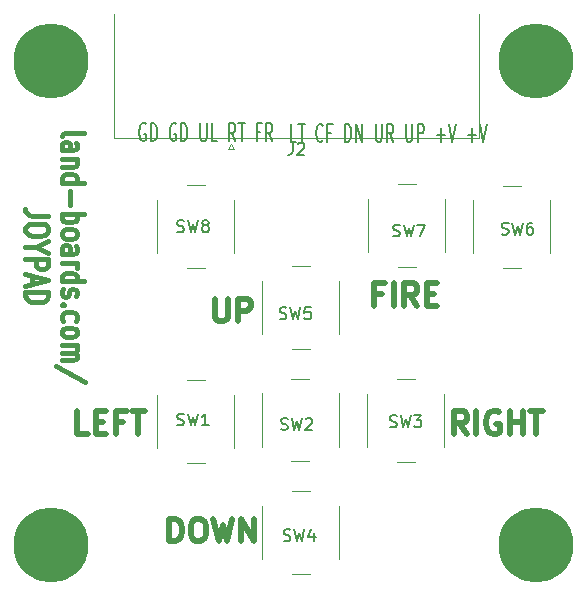
<source format=gto>
G04 #@! TF.GenerationSoftware,KiCad,Pcbnew,(6.0.1)*
G04 #@! TF.CreationDate,2022-08-21T08:22:37-04:00*
G04 #@! TF.ProjectId,JoyPad,4a6f7950-6164-42e6-9b69-6361645f7063,3*
G04 #@! TF.SameCoordinates,Original*
G04 #@! TF.FileFunction,Legend,Top*
G04 #@! TF.FilePolarity,Positive*
%FSLAX46Y46*%
G04 Gerber Fmt 4.6, Leading zero omitted, Abs format (unit mm)*
G04 Created by KiCad (PCBNEW (6.0.1)) date 2022-08-21 08:22:37*
%MOMM*%
%LPD*%
G01*
G04 APERTURE LIST*
%ADD10C,0.158750*%
%ADD11C,0.476250*%
%ADD12C,0.381000*%
%ADD13C,0.150000*%
%ADD14C,0.120000*%
%ADD15C,6.350000*%
G04 APERTURE END LIST*
D10*
X11969749Y-9359200D02*
X11881454Y-9287771D01*
X11749011Y-9287771D01*
X11616569Y-9359200D01*
X11528273Y-9502057D01*
X11484126Y-9644914D01*
X11439978Y-9930628D01*
X11439978Y-10144914D01*
X11484126Y-10430628D01*
X11528273Y-10573485D01*
X11616569Y-10716342D01*
X11749011Y-10787771D01*
X11837307Y-10787771D01*
X11969749Y-10716342D01*
X12013897Y-10644914D01*
X12013897Y-10144914D01*
X11837307Y-10144914D01*
X12411226Y-10787771D02*
X12411226Y-9287771D01*
X12631964Y-9287771D01*
X12764407Y-9359200D01*
X12852702Y-9502057D01*
X12896849Y-9644914D01*
X12940997Y-9930628D01*
X12940997Y-10144914D01*
X12896849Y-10430628D01*
X12852702Y-10573485D01*
X12764407Y-10716342D01*
X12631964Y-10787771D01*
X12411226Y-10787771D01*
X14530311Y-9359200D02*
X14442016Y-9287771D01*
X14309573Y-9287771D01*
X14177130Y-9359200D01*
X14088835Y-9502057D01*
X14044688Y-9644914D01*
X14000540Y-9930628D01*
X14000540Y-10144914D01*
X14044688Y-10430628D01*
X14088835Y-10573485D01*
X14177130Y-10716342D01*
X14309573Y-10787771D01*
X14397869Y-10787771D01*
X14530311Y-10716342D01*
X14574459Y-10644914D01*
X14574459Y-10144914D01*
X14397869Y-10144914D01*
X14971788Y-10787771D02*
X14971788Y-9287771D01*
X15192526Y-9287771D01*
X15324969Y-9359200D01*
X15413264Y-9502057D01*
X15457411Y-9644914D01*
X15501559Y-9930628D01*
X15501559Y-10144914D01*
X15457411Y-10430628D01*
X15413264Y-10573485D01*
X15324969Y-10716342D01*
X15192526Y-10787771D01*
X14971788Y-10787771D01*
X16605249Y-9287771D02*
X16605249Y-10502057D01*
X16649397Y-10644914D01*
X16693545Y-10716342D01*
X16781840Y-10787771D01*
X16958430Y-10787771D01*
X17046726Y-10716342D01*
X17090873Y-10644914D01*
X17135021Y-10502057D01*
X17135021Y-9287771D01*
X18017973Y-10787771D02*
X17576497Y-10787771D01*
X17576497Y-9287771D01*
X19563140Y-10787771D02*
X19254107Y-10073485D01*
X19033369Y-10787771D02*
X19033369Y-9287771D01*
X19386550Y-9287771D01*
X19474845Y-9359200D01*
X19518992Y-9430628D01*
X19563140Y-9573485D01*
X19563140Y-9787771D01*
X19518992Y-9930628D01*
X19474845Y-10002057D01*
X19386550Y-10073485D01*
X19033369Y-10073485D01*
X19828026Y-9287771D02*
X20357797Y-9287771D01*
X20092911Y-10787771D02*
X20092911Y-9287771D01*
X21682226Y-10002057D02*
X21373192Y-10002057D01*
X21373192Y-10787771D02*
X21373192Y-9287771D01*
X21814669Y-9287771D01*
X22697621Y-10787771D02*
X22388588Y-10073485D01*
X22167850Y-10787771D02*
X22167850Y-9287771D01*
X22521030Y-9287771D01*
X22609326Y-9359200D01*
X22653473Y-9430628D01*
X22697621Y-9573485D01*
X22697621Y-9787771D01*
X22653473Y-9930628D01*
X22609326Y-10002057D01*
X22521030Y-10073485D01*
X22167850Y-10073485D01*
D11*
X17832614Y-24128185D02*
X17832614Y-25670328D01*
X17923328Y-25851757D01*
X18014042Y-25942471D01*
X18195471Y-26033185D01*
X18558328Y-26033185D01*
X18739757Y-25942471D01*
X18830471Y-25851757D01*
X18921185Y-25670328D01*
X18921185Y-24128185D01*
X19828328Y-26033185D02*
X19828328Y-24128185D01*
X20554042Y-24128185D01*
X20735471Y-24218900D01*
X20826185Y-24309614D01*
X20916900Y-24491042D01*
X20916900Y-24763185D01*
X20826185Y-24944614D01*
X20735471Y-25035328D01*
X20554042Y-25126042D01*
X19828328Y-25126042D01*
X13968185Y-44651385D02*
X13968185Y-42746385D01*
X14421757Y-42746385D01*
X14693900Y-42837100D01*
X14875328Y-43018528D01*
X14966042Y-43199957D01*
X15056757Y-43562814D01*
X15056757Y-43834957D01*
X14966042Y-44197814D01*
X14875328Y-44379242D01*
X14693900Y-44560671D01*
X14421757Y-44651385D01*
X13968185Y-44651385D01*
X16236042Y-42746385D02*
X16598900Y-42746385D01*
X16780328Y-42837100D01*
X16961757Y-43018528D01*
X17052471Y-43381385D01*
X17052471Y-44016385D01*
X16961757Y-44379242D01*
X16780328Y-44560671D01*
X16598900Y-44651385D01*
X16236042Y-44651385D01*
X16054614Y-44560671D01*
X15873185Y-44379242D01*
X15782471Y-44016385D01*
X15782471Y-43381385D01*
X15873185Y-43018528D01*
X16054614Y-42837100D01*
X16236042Y-42746385D01*
X17687471Y-42746385D02*
X18141042Y-44651385D01*
X18503900Y-43290671D01*
X18866757Y-44651385D01*
X19320328Y-42746385D01*
X20046042Y-44651385D02*
X20046042Y-42746385D01*
X21134614Y-44651385D01*
X21134614Y-42746385D01*
X7101114Y-35558185D02*
X6193971Y-35558185D01*
X6193971Y-33653185D01*
X7736114Y-34560328D02*
X8371114Y-34560328D01*
X8643257Y-35558185D02*
X7736114Y-35558185D01*
X7736114Y-33653185D01*
X8643257Y-33653185D01*
X10094685Y-34560328D02*
X9459685Y-34560328D01*
X9459685Y-35558185D02*
X9459685Y-33653185D01*
X10366828Y-33653185D01*
X10820400Y-33653185D02*
X11908971Y-33653185D01*
X11364685Y-35558185D02*
X11364685Y-33653185D01*
X39166800Y-35558185D02*
X38531800Y-34651042D01*
X38078228Y-35558185D02*
X38078228Y-33653185D01*
X38803942Y-33653185D01*
X38985371Y-33743900D01*
X39076085Y-33834614D01*
X39166800Y-34016042D01*
X39166800Y-34288185D01*
X39076085Y-34469614D01*
X38985371Y-34560328D01*
X38803942Y-34651042D01*
X38078228Y-34651042D01*
X39983228Y-35558185D02*
X39983228Y-33653185D01*
X41888228Y-33743900D02*
X41706800Y-33653185D01*
X41434657Y-33653185D01*
X41162514Y-33743900D01*
X40981085Y-33925328D01*
X40890371Y-34106757D01*
X40799657Y-34469614D01*
X40799657Y-34741757D01*
X40890371Y-35104614D01*
X40981085Y-35286042D01*
X41162514Y-35467471D01*
X41434657Y-35558185D01*
X41616085Y-35558185D01*
X41888228Y-35467471D01*
X41978942Y-35376757D01*
X41978942Y-34741757D01*
X41616085Y-34741757D01*
X42795371Y-35558185D02*
X42795371Y-33653185D01*
X42795371Y-34560328D02*
X43883942Y-34560328D01*
X43883942Y-35558185D02*
X43883942Y-33653185D01*
X44518942Y-33653185D02*
X45607514Y-33653185D01*
X45063228Y-35558185D02*
X45063228Y-33653185D01*
X31964085Y-23714528D02*
X31329085Y-23714528D01*
X31329085Y-24712385D02*
X31329085Y-22807385D01*
X32236228Y-22807385D01*
X32961942Y-24712385D02*
X32961942Y-22807385D01*
X34957657Y-24712385D02*
X34322657Y-23805242D01*
X33869085Y-24712385D02*
X33869085Y-22807385D01*
X34594800Y-22807385D01*
X34776228Y-22898100D01*
X34866942Y-22988814D01*
X34957657Y-23170242D01*
X34957657Y-23442385D01*
X34866942Y-23623814D01*
X34776228Y-23714528D01*
X34594800Y-23805242D01*
X33869085Y-23805242D01*
X35774085Y-23714528D02*
X36409085Y-23714528D01*
X36681228Y-24712385D02*
X35774085Y-24712385D01*
X35774085Y-22807385D01*
X36681228Y-22807385D01*
D12*
X4862739Y-10326914D02*
X4953453Y-10181771D01*
X5134882Y-10109199D01*
X6767739Y-10109199D01*
X4862739Y-11560628D02*
X5860596Y-11560628D01*
X6042025Y-11488057D01*
X6132739Y-11342914D01*
X6132739Y-11052628D01*
X6042025Y-10907485D01*
X4953453Y-11560628D02*
X4862739Y-11415485D01*
X4862739Y-11052628D01*
X4953453Y-10907485D01*
X5134882Y-10834914D01*
X5316310Y-10834914D01*
X5497739Y-10907485D01*
X5588453Y-11052628D01*
X5588453Y-11415485D01*
X5679167Y-11560628D01*
X6132739Y-12286342D02*
X4862739Y-12286342D01*
X5951310Y-12286342D02*
X6042025Y-12358914D01*
X6132739Y-12504057D01*
X6132739Y-12721771D01*
X6042025Y-12866914D01*
X5860596Y-12939485D01*
X4862739Y-12939485D01*
X4862739Y-14318342D02*
X6767739Y-14318342D01*
X4953453Y-14318342D02*
X4862739Y-14173199D01*
X4862739Y-13882914D01*
X4953453Y-13737771D01*
X5044167Y-13665199D01*
X5225596Y-13592628D01*
X5769882Y-13592628D01*
X5951310Y-13665199D01*
X6042025Y-13737771D01*
X6132739Y-13882914D01*
X6132739Y-14173199D01*
X6042025Y-14318342D01*
X5588453Y-15044057D02*
X5588453Y-16205199D01*
X4862739Y-16930914D02*
X6767739Y-16930914D01*
X6042025Y-16930914D02*
X6132739Y-17076057D01*
X6132739Y-17366342D01*
X6042025Y-17511485D01*
X5951310Y-17584057D01*
X5769882Y-17656628D01*
X5225596Y-17656628D01*
X5044167Y-17584057D01*
X4953453Y-17511485D01*
X4862739Y-17366342D01*
X4862739Y-17076057D01*
X4953453Y-16930914D01*
X4862739Y-18527485D02*
X4953453Y-18382342D01*
X5044167Y-18309771D01*
X5225596Y-18237199D01*
X5769882Y-18237199D01*
X5951310Y-18309771D01*
X6042025Y-18382342D01*
X6132739Y-18527485D01*
X6132739Y-18745199D01*
X6042025Y-18890342D01*
X5951310Y-18962914D01*
X5769882Y-19035485D01*
X5225596Y-19035485D01*
X5044167Y-18962914D01*
X4953453Y-18890342D01*
X4862739Y-18745199D01*
X4862739Y-18527485D01*
X4862739Y-20341771D02*
X5860596Y-20341771D01*
X6042025Y-20269199D01*
X6132739Y-20124057D01*
X6132739Y-19833771D01*
X6042025Y-19688628D01*
X4953453Y-20341771D02*
X4862739Y-20196628D01*
X4862739Y-19833771D01*
X4953453Y-19688628D01*
X5134882Y-19616057D01*
X5316310Y-19616057D01*
X5497739Y-19688628D01*
X5588453Y-19833771D01*
X5588453Y-20196628D01*
X5679167Y-20341771D01*
X4862739Y-21067485D02*
X6132739Y-21067485D01*
X5769882Y-21067485D02*
X5951310Y-21140057D01*
X6042025Y-21212628D01*
X6132739Y-21357771D01*
X6132739Y-21502914D01*
X4862739Y-22664057D02*
X6767739Y-22664057D01*
X4953453Y-22664057D02*
X4862739Y-22518914D01*
X4862739Y-22228628D01*
X4953453Y-22083485D01*
X5044167Y-22010914D01*
X5225596Y-21938342D01*
X5769882Y-21938342D01*
X5951310Y-22010914D01*
X6042025Y-22083485D01*
X6132739Y-22228628D01*
X6132739Y-22518914D01*
X6042025Y-22664057D01*
X4953453Y-23317199D02*
X4862739Y-23462342D01*
X4862739Y-23752628D01*
X4953453Y-23897771D01*
X5134882Y-23970342D01*
X5225596Y-23970342D01*
X5407024Y-23897771D01*
X5497739Y-23752628D01*
X5497739Y-23534914D01*
X5588453Y-23389771D01*
X5769882Y-23317199D01*
X5860596Y-23317199D01*
X6042024Y-23389771D01*
X6132739Y-23534914D01*
X6132739Y-23752628D01*
X6042024Y-23897771D01*
X5044167Y-24623485D02*
X4953453Y-24696057D01*
X4862739Y-24623485D01*
X4953453Y-24550914D01*
X5044167Y-24623485D01*
X4862739Y-24623485D01*
X4953453Y-26002342D02*
X4862739Y-25857199D01*
X4862739Y-25566914D01*
X4953453Y-25421771D01*
X5044167Y-25349199D01*
X5225596Y-25276628D01*
X5769882Y-25276628D01*
X5951310Y-25349199D01*
X6042024Y-25421771D01*
X6132739Y-25566914D01*
X6132739Y-25857199D01*
X6042024Y-26002342D01*
X4862739Y-26873199D02*
X4953453Y-26728057D01*
X5044167Y-26655485D01*
X5225596Y-26582914D01*
X5769882Y-26582914D01*
X5951310Y-26655485D01*
X6042024Y-26728057D01*
X6132739Y-26873199D01*
X6132739Y-27090914D01*
X6042024Y-27236057D01*
X5951310Y-27308628D01*
X5769882Y-27381199D01*
X5225596Y-27381199D01*
X5044167Y-27308628D01*
X4953453Y-27236057D01*
X4862739Y-27090914D01*
X4862739Y-26873199D01*
X4862739Y-28034342D02*
X6132739Y-28034342D01*
X5951310Y-28034342D02*
X6042024Y-28106914D01*
X6132739Y-28252057D01*
X6132739Y-28469771D01*
X6042024Y-28614914D01*
X5860596Y-28687485D01*
X4862739Y-28687485D01*
X5860596Y-28687485D02*
X6042024Y-28760057D01*
X6132739Y-28905199D01*
X6132739Y-29122914D01*
X6042024Y-29268057D01*
X5860596Y-29340628D01*
X4862739Y-29340628D01*
X6858453Y-31154914D02*
X4409167Y-29848628D01*
X3700689Y-17112342D02*
X2339975Y-17112342D01*
X2067832Y-17039771D01*
X1886403Y-16894628D01*
X1795689Y-16676914D01*
X1795689Y-16531771D01*
X3700689Y-18128342D02*
X3700689Y-18418628D01*
X3609975Y-18563771D01*
X3428546Y-18708914D01*
X3065689Y-18781485D01*
X2430689Y-18781485D01*
X2067832Y-18708914D01*
X1886403Y-18563771D01*
X1795689Y-18418628D01*
X1795689Y-18128342D01*
X1886403Y-17983200D01*
X2067832Y-17838057D01*
X2430689Y-17765485D01*
X3065689Y-17765485D01*
X3428546Y-17838057D01*
X3609975Y-17983200D01*
X3700689Y-18128342D01*
X2702832Y-19724914D02*
X1795689Y-19724914D01*
X3700689Y-19216914D02*
X2702832Y-19724914D01*
X3700689Y-20232914D01*
X1795689Y-20740914D02*
X3700689Y-20740914D01*
X3700689Y-21321485D01*
X3609975Y-21466628D01*
X3519260Y-21539200D01*
X3337832Y-21611771D01*
X3065689Y-21611771D01*
X2884260Y-21539200D01*
X2793546Y-21466628D01*
X2702832Y-21321485D01*
X2702832Y-20740914D01*
X2339974Y-22192342D02*
X2339974Y-22918057D01*
X1795689Y-22047200D02*
X3700689Y-22555200D01*
X1795689Y-23063200D01*
X1795689Y-23571200D02*
X3700689Y-23571200D01*
X3700689Y-23934057D01*
X3609974Y-24151771D01*
X3428546Y-24296914D01*
X3247117Y-24369485D01*
X2884260Y-24442057D01*
X2612117Y-24442057D01*
X2249260Y-24369485D01*
X2067832Y-24296914D01*
X1886403Y-24151771D01*
X1795689Y-23934057D01*
X1795689Y-23571200D01*
D10*
X24729470Y-10838571D02*
X24291017Y-10838571D01*
X24291017Y-9338571D01*
X24904851Y-9338571D02*
X25430994Y-9338571D01*
X25167922Y-10838571D02*
X25167922Y-9338571D01*
X26965577Y-10695714D02*
X26921732Y-10767142D01*
X26790196Y-10838571D01*
X26702505Y-10838571D01*
X26570970Y-10767142D01*
X26483279Y-10624285D01*
X26439434Y-10481428D01*
X26395589Y-10195714D01*
X26395589Y-9981428D01*
X26439434Y-9695714D01*
X26483279Y-9552857D01*
X26570970Y-9410000D01*
X26702505Y-9338571D01*
X26790196Y-9338571D01*
X26921732Y-9410000D01*
X26965577Y-9481428D01*
X27667101Y-10052857D02*
X27360184Y-10052857D01*
X27360184Y-10838571D02*
X27360184Y-9338571D01*
X27798636Y-9338571D01*
X28850922Y-10838571D02*
X28850922Y-9338571D01*
X29070148Y-9338571D01*
X29201684Y-9410000D01*
X29289375Y-9552857D01*
X29333220Y-9695714D01*
X29377065Y-9981428D01*
X29377065Y-10195714D01*
X29333220Y-10481428D01*
X29289375Y-10624285D01*
X29201684Y-10767142D01*
X29070148Y-10838571D01*
X28850922Y-10838571D01*
X29771672Y-10838571D02*
X29771672Y-9338571D01*
X30297815Y-10838571D01*
X30297815Y-9338571D01*
X31437791Y-9338571D02*
X31437791Y-10552857D01*
X31481636Y-10695714D01*
X31525482Y-10767142D01*
X31613172Y-10838571D01*
X31788553Y-10838571D01*
X31876244Y-10767142D01*
X31920089Y-10695714D01*
X31963934Y-10552857D01*
X31963934Y-9338571D01*
X32928529Y-10838571D02*
X32621613Y-10124285D01*
X32402386Y-10838571D02*
X32402386Y-9338571D01*
X32753148Y-9338571D01*
X32840839Y-9410000D01*
X32884684Y-9481428D01*
X32928529Y-9624285D01*
X32928529Y-9838571D01*
X32884684Y-9981428D01*
X32840839Y-10052857D01*
X32753148Y-10124285D01*
X32402386Y-10124285D01*
X34024660Y-9338571D02*
X34024660Y-10552857D01*
X34068505Y-10695714D01*
X34112351Y-10767142D01*
X34200041Y-10838571D01*
X34375422Y-10838571D01*
X34463113Y-10767142D01*
X34506958Y-10695714D01*
X34550803Y-10552857D01*
X34550803Y-9338571D01*
X34989255Y-10838571D02*
X34989255Y-9338571D01*
X35340017Y-9338571D01*
X35427708Y-9410000D01*
X35471553Y-9481428D01*
X35515398Y-9624285D01*
X35515398Y-9838571D01*
X35471553Y-9981428D01*
X35427708Y-10052857D01*
X35340017Y-10124285D01*
X34989255Y-10124285D01*
X36611529Y-10267142D02*
X37313053Y-10267142D01*
X36962291Y-10838571D02*
X36962291Y-9695714D01*
X37619970Y-9338571D02*
X37926886Y-10838571D01*
X38233803Y-9338571D01*
X39242244Y-10267142D02*
X39943767Y-10267142D01*
X39593005Y-10838571D02*
X39593005Y-9695714D01*
X40250684Y-9338571D02*
X40557601Y-10838571D01*
X40864517Y-9338571D01*
D13*
X42126066Y-18641961D02*
X42268923Y-18689580D01*
X42507019Y-18689580D01*
X42602257Y-18641961D01*
X42649876Y-18594342D01*
X42697495Y-18499104D01*
X42697495Y-18403866D01*
X42649876Y-18308628D01*
X42602257Y-18261009D01*
X42507019Y-18213390D01*
X42316542Y-18165771D01*
X42221304Y-18118152D01*
X42173685Y-18070533D01*
X42126066Y-17975295D01*
X42126066Y-17880057D01*
X42173685Y-17784819D01*
X42221304Y-17737200D01*
X42316542Y-17689580D01*
X42554638Y-17689580D01*
X42697495Y-17737200D01*
X43030828Y-17689580D02*
X43268923Y-18689580D01*
X43459400Y-17975295D01*
X43649876Y-18689580D01*
X43887971Y-17689580D01*
X44697495Y-17689580D02*
X44507019Y-17689580D01*
X44411780Y-17737200D01*
X44364161Y-17784819D01*
X44268923Y-17927676D01*
X44221304Y-18118152D01*
X44221304Y-18499104D01*
X44268923Y-18594342D01*
X44316542Y-18641961D01*
X44411780Y-18689580D01*
X44602257Y-18689580D01*
X44697495Y-18641961D01*
X44745114Y-18594342D01*
X44792733Y-18499104D01*
X44792733Y-18261009D01*
X44745114Y-18165771D01*
X44697495Y-18118152D01*
X44602257Y-18070533D01*
X44411780Y-18070533D01*
X44316542Y-18118152D01*
X44268923Y-18165771D01*
X44221304Y-18261009D01*
X14628466Y-34802961D02*
X14771323Y-34850580D01*
X15009419Y-34850580D01*
X15104657Y-34802961D01*
X15152276Y-34755342D01*
X15199895Y-34660104D01*
X15199895Y-34564866D01*
X15152276Y-34469628D01*
X15104657Y-34422009D01*
X15009419Y-34374390D01*
X14818942Y-34326771D01*
X14723704Y-34279152D01*
X14676085Y-34231533D01*
X14628466Y-34136295D01*
X14628466Y-34041057D01*
X14676085Y-33945819D01*
X14723704Y-33898200D01*
X14818942Y-33850580D01*
X15057038Y-33850580D01*
X15199895Y-33898200D01*
X15533228Y-33850580D02*
X15771323Y-34850580D01*
X15961800Y-34136295D01*
X16152276Y-34850580D01*
X16390371Y-33850580D01*
X17295133Y-34850580D02*
X16723704Y-34850580D01*
X17009419Y-34850580D02*
X17009419Y-33850580D01*
X16914180Y-33993438D01*
X16818942Y-34088676D01*
X16723704Y-34136295D01*
X23431666Y-35183961D02*
X23574523Y-35231580D01*
X23812619Y-35231580D01*
X23907857Y-35183961D01*
X23955476Y-35136342D01*
X24003095Y-35041104D01*
X24003095Y-34945866D01*
X23955476Y-34850628D01*
X23907857Y-34803009D01*
X23812619Y-34755390D01*
X23622142Y-34707771D01*
X23526904Y-34660152D01*
X23479285Y-34612533D01*
X23431666Y-34517295D01*
X23431666Y-34422057D01*
X23479285Y-34326819D01*
X23526904Y-34279200D01*
X23622142Y-34231580D01*
X23860238Y-34231580D01*
X24003095Y-34279200D01*
X24336428Y-34231580D02*
X24574523Y-35231580D01*
X24765000Y-34517295D01*
X24955476Y-35231580D01*
X25193571Y-34231580D01*
X25526904Y-34326819D02*
X25574523Y-34279200D01*
X25669761Y-34231580D01*
X25907857Y-34231580D01*
X26003095Y-34279200D01*
X26050714Y-34326819D01*
X26098333Y-34422057D01*
X26098333Y-34517295D01*
X26050714Y-34660152D01*
X25479285Y-35231580D01*
X26098333Y-35231580D01*
X32651866Y-34955361D02*
X32794723Y-35002980D01*
X33032819Y-35002980D01*
X33128057Y-34955361D01*
X33175676Y-34907742D01*
X33223295Y-34812504D01*
X33223295Y-34717266D01*
X33175676Y-34622028D01*
X33128057Y-34574409D01*
X33032819Y-34526790D01*
X32842342Y-34479171D01*
X32747104Y-34431552D01*
X32699485Y-34383933D01*
X32651866Y-34288695D01*
X32651866Y-34193457D01*
X32699485Y-34098219D01*
X32747104Y-34050600D01*
X32842342Y-34002980D01*
X33080438Y-34002980D01*
X33223295Y-34050600D01*
X33556628Y-34002980D02*
X33794723Y-35002980D01*
X33985200Y-34288695D01*
X34175676Y-35002980D01*
X34413771Y-34002980D01*
X34699485Y-34002980D02*
X35318533Y-34002980D01*
X34985200Y-34383933D01*
X35128057Y-34383933D01*
X35223295Y-34431552D01*
X35270914Y-34479171D01*
X35318533Y-34574409D01*
X35318533Y-34812504D01*
X35270914Y-34907742D01*
X35223295Y-34955361D01*
X35128057Y-35002980D01*
X34842342Y-35002980D01*
X34747104Y-34955361D01*
X34699485Y-34907742D01*
X23651866Y-44596761D02*
X23794723Y-44644380D01*
X24032819Y-44644380D01*
X24128057Y-44596761D01*
X24175676Y-44549142D01*
X24223295Y-44453904D01*
X24223295Y-44358666D01*
X24175676Y-44263428D01*
X24128057Y-44215809D01*
X24032819Y-44168190D01*
X23842342Y-44120571D01*
X23747104Y-44072952D01*
X23699485Y-44025333D01*
X23651866Y-43930095D01*
X23651866Y-43834857D01*
X23699485Y-43739619D01*
X23747104Y-43692000D01*
X23842342Y-43644380D01*
X24080438Y-43644380D01*
X24223295Y-43692000D01*
X24556628Y-43644380D02*
X24794723Y-44644380D01*
X24985200Y-43930095D01*
X25175676Y-44644380D01*
X25413771Y-43644380D01*
X26223295Y-43977714D02*
X26223295Y-44644380D01*
X25985200Y-43596761D02*
X25747104Y-44311047D01*
X26366152Y-44311047D01*
X23315266Y-25800761D02*
X23458123Y-25848380D01*
X23696219Y-25848380D01*
X23791457Y-25800761D01*
X23839076Y-25753142D01*
X23886695Y-25657904D01*
X23886695Y-25562666D01*
X23839076Y-25467428D01*
X23791457Y-25419809D01*
X23696219Y-25372190D01*
X23505742Y-25324571D01*
X23410504Y-25276952D01*
X23362885Y-25229333D01*
X23315266Y-25134095D01*
X23315266Y-25038857D01*
X23362885Y-24943619D01*
X23410504Y-24896000D01*
X23505742Y-24848380D01*
X23743838Y-24848380D01*
X23886695Y-24896000D01*
X24220028Y-24848380D02*
X24458123Y-25848380D01*
X24648600Y-25134095D01*
X24839076Y-25848380D01*
X25077171Y-24848380D01*
X25934314Y-24848380D02*
X25458123Y-24848380D01*
X25410504Y-25324571D01*
X25458123Y-25276952D01*
X25553361Y-25229333D01*
X25791457Y-25229333D01*
X25886695Y-25276952D01*
X25934314Y-25324571D01*
X25981933Y-25419809D01*
X25981933Y-25657904D01*
X25934314Y-25753142D01*
X25886695Y-25800761D01*
X25791457Y-25848380D01*
X25553361Y-25848380D01*
X25458123Y-25800761D01*
X25410504Y-25753142D01*
X32931266Y-18794361D02*
X33074123Y-18841980D01*
X33312219Y-18841980D01*
X33407457Y-18794361D01*
X33455076Y-18746742D01*
X33502695Y-18651504D01*
X33502695Y-18556266D01*
X33455076Y-18461028D01*
X33407457Y-18413409D01*
X33312219Y-18365790D01*
X33121742Y-18318171D01*
X33026504Y-18270552D01*
X32978885Y-18222933D01*
X32931266Y-18127695D01*
X32931266Y-18032457D01*
X32978885Y-17937219D01*
X33026504Y-17889600D01*
X33121742Y-17841980D01*
X33359838Y-17841980D01*
X33502695Y-17889600D01*
X33836028Y-17841980D02*
X34074123Y-18841980D01*
X34264600Y-18127695D01*
X34455076Y-18841980D01*
X34693171Y-17841980D01*
X34978885Y-17841980D02*
X35645552Y-17841980D01*
X35216980Y-18841980D01*
X14643266Y-18438761D02*
X14786123Y-18486380D01*
X15024219Y-18486380D01*
X15119457Y-18438761D01*
X15167076Y-18391142D01*
X15214695Y-18295904D01*
X15214695Y-18200666D01*
X15167076Y-18105428D01*
X15119457Y-18057809D01*
X15024219Y-18010190D01*
X14833742Y-17962571D01*
X14738504Y-17914952D01*
X14690885Y-17867333D01*
X14643266Y-17772095D01*
X14643266Y-17676857D01*
X14690885Y-17581619D01*
X14738504Y-17534000D01*
X14833742Y-17486380D01*
X15071838Y-17486380D01*
X15214695Y-17534000D01*
X15548028Y-17486380D02*
X15786123Y-18486380D01*
X15976600Y-17772095D01*
X16167076Y-18486380D01*
X16405171Y-17486380D01*
X16928980Y-17914952D02*
X16833742Y-17867333D01*
X16786123Y-17819714D01*
X16738504Y-17724476D01*
X16738504Y-17676857D01*
X16786123Y-17581619D01*
X16833742Y-17534000D01*
X16928980Y-17486380D01*
X17119457Y-17486380D01*
X17214695Y-17534000D01*
X17262314Y-17581619D01*
X17309933Y-17676857D01*
X17309933Y-17724476D01*
X17262314Y-17819714D01*
X17214695Y-17867333D01*
X17119457Y-17914952D01*
X16928980Y-17914952D01*
X16833742Y-17962571D01*
X16786123Y-18010190D01*
X16738504Y-18105428D01*
X16738504Y-18295904D01*
X16786123Y-18391142D01*
X16833742Y-18438761D01*
X16928980Y-18486380D01*
X17119457Y-18486380D01*
X17214695Y-18438761D01*
X17262314Y-18391142D01*
X17309933Y-18295904D01*
X17309933Y-18105428D01*
X17262314Y-18010190D01*
X17214695Y-17962571D01*
X17119457Y-17914952D01*
X24409066Y-10924780D02*
X24409066Y-11639066D01*
X24361447Y-11781923D01*
X24266209Y-11877161D01*
X24123352Y-11924780D01*
X24028114Y-11924780D01*
X24837638Y-11020019D02*
X24885257Y-10972400D01*
X24980495Y-10924780D01*
X25218590Y-10924780D01*
X25313828Y-10972400D01*
X25361447Y-11020019D01*
X25409066Y-11115257D01*
X25409066Y-11210495D01*
X25361447Y-11353352D01*
X24790019Y-11924780D01*
X25409066Y-11924780D01*
D14*
X46212000Y-20296000D02*
X46212000Y-15796000D01*
X43712000Y-14546000D02*
X42212000Y-14546000D01*
X39712000Y-15796000D02*
X39712000Y-20296000D01*
X42212000Y-21546000D02*
X43712000Y-21546000D01*
X12955200Y-32244400D02*
X12955200Y-36744400D01*
X16955200Y-30994400D02*
X15455200Y-30994400D01*
X19455200Y-36744400D02*
X19455200Y-32244400D01*
X15455200Y-37994400D02*
X16955200Y-37994400D01*
X24309200Y-37892800D02*
X25809200Y-37892800D01*
X25809200Y-30892800D02*
X24309200Y-30892800D01*
X28309200Y-36642800D02*
X28309200Y-32142800D01*
X21809200Y-32142800D02*
X21809200Y-36642800D01*
X33250000Y-37943600D02*
X34750000Y-37943600D01*
X30750000Y-32193600D02*
X30750000Y-36693600D01*
X37250000Y-36693600D02*
X37250000Y-32193600D01*
X34750000Y-30943600D02*
X33250000Y-30943600D01*
X24345200Y-47442000D02*
X25845200Y-47442000D01*
X21845200Y-41692000D02*
X21845200Y-46192000D01*
X25845200Y-40442000D02*
X24345200Y-40442000D01*
X28345200Y-46192000D02*
X28345200Y-41692000D01*
X28345200Y-27091200D02*
X28345200Y-22591200D01*
X24345200Y-28341200D02*
X25845200Y-28341200D01*
X25845200Y-21341200D02*
X24345200Y-21341200D01*
X21845200Y-22591200D02*
X21845200Y-27091200D01*
X30822000Y-15668000D02*
X30822000Y-20168000D01*
X34822000Y-14418000D02*
X33322000Y-14418000D01*
X37322000Y-20168000D02*
X37322000Y-15668000D01*
X33322000Y-21418000D02*
X34822000Y-21418000D01*
X16970000Y-14522000D02*
X15470000Y-14522000D01*
X19470000Y-20272000D02*
X19470000Y-15772000D01*
X12970000Y-15772000D02*
X12970000Y-20272000D01*
X15470000Y-21522000D02*
X16970000Y-21522000D01*
X40227400Y-10532400D02*
X9257400Y-10532400D01*
X9257400Y-10532400D02*
X9257400Y-52400D01*
X19452400Y-11426738D02*
X18952400Y-11426738D01*
X40227400Y-52400D02*
X40227400Y-10532400D01*
X19202400Y-10993725D02*
X19452400Y-11426738D01*
X18952400Y-11426738D02*
X19202400Y-10993725D01*
D15*
X4000000Y-4000000D03*
X45000000Y-4000000D03*
X4000000Y-45000000D03*
X45000000Y-45000000D03*
M02*

</source>
